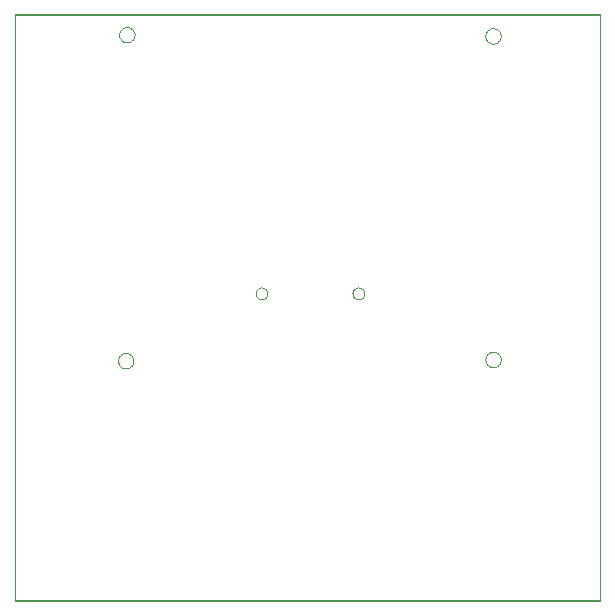
<source format=gbp>
G75*
G70*
%OFA0B0*%
%FSLAX24Y24*%
%IPPOS*%
%LPD*%
%AMOC8*
5,1,8,0,0,1.08239X$1,22.5*
%
%ADD10C,0.0000*%
D10*
X000736Y000100D02*
X000736Y019663D01*
X020252Y019663D01*
X020252Y000100D01*
X000736Y000100D01*
X000750Y000128D02*
X000750Y019628D01*
X020250Y019628D01*
X020250Y000128D01*
X000750Y000128D01*
X004181Y008120D02*
X004183Y008151D01*
X004189Y008182D01*
X004198Y008212D01*
X004211Y008241D01*
X004228Y008268D01*
X004248Y008292D01*
X004270Y008314D01*
X004296Y008333D01*
X004323Y008349D01*
X004352Y008361D01*
X004382Y008370D01*
X004413Y008375D01*
X004445Y008376D01*
X004476Y008373D01*
X004507Y008366D01*
X004537Y008356D01*
X004565Y008342D01*
X004591Y008324D01*
X004615Y008304D01*
X004636Y008280D01*
X004655Y008255D01*
X004670Y008227D01*
X004681Y008198D01*
X004689Y008167D01*
X004693Y008136D01*
X004693Y008104D01*
X004689Y008073D01*
X004681Y008042D01*
X004670Y008013D01*
X004655Y007985D01*
X004636Y007960D01*
X004615Y007936D01*
X004591Y007916D01*
X004565Y007898D01*
X004537Y007884D01*
X004507Y007874D01*
X004476Y007867D01*
X004445Y007864D01*
X004413Y007865D01*
X004382Y007870D01*
X004352Y007879D01*
X004323Y007891D01*
X004296Y007907D01*
X004270Y007926D01*
X004248Y007948D01*
X004228Y007972D01*
X004211Y007999D01*
X004198Y008028D01*
X004189Y008058D01*
X004183Y008089D01*
X004181Y008120D01*
X008768Y010364D02*
X008770Y010391D01*
X008776Y010418D01*
X008785Y010444D01*
X008798Y010468D01*
X008814Y010491D01*
X008833Y010510D01*
X008855Y010527D01*
X008879Y010541D01*
X008904Y010551D01*
X008931Y010558D01*
X008958Y010561D01*
X008986Y010560D01*
X009013Y010555D01*
X009039Y010547D01*
X009063Y010535D01*
X009086Y010519D01*
X009107Y010501D01*
X009124Y010480D01*
X009139Y010456D01*
X009150Y010431D01*
X009158Y010405D01*
X009162Y010378D01*
X009162Y010350D01*
X009158Y010323D01*
X009150Y010297D01*
X009139Y010272D01*
X009124Y010248D01*
X009107Y010227D01*
X009086Y010209D01*
X009064Y010193D01*
X009039Y010181D01*
X009013Y010173D01*
X008986Y010168D01*
X008958Y010167D01*
X008931Y010170D01*
X008904Y010177D01*
X008879Y010187D01*
X008855Y010201D01*
X008833Y010218D01*
X008814Y010237D01*
X008798Y010260D01*
X008785Y010284D01*
X008776Y010310D01*
X008770Y010337D01*
X008768Y010364D01*
X011996Y010364D02*
X011998Y010391D01*
X012004Y010418D01*
X012013Y010444D01*
X012026Y010468D01*
X012042Y010491D01*
X012061Y010510D01*
X012083Y010527D01*
X012107Y010541D01*
X012132Y010551D01*
X012159Y010558D01*
X012186Y010561D01*
X012214Y010560D01*
X012241Y010555D01*
X012267Y010547D01*
X012291Y010535D01*
X012314Y010519D01*
X012335Y010501D01*
X012352Y010480D01*
X012367Y010456D01*
X012378Y010431D01*
X012386Y010405D01*
X012390Y010378D01*
X012390Y010350D01*
X012386Y010323D01*
X012378Y010297D01*
X012367Y010272D01*
X012352Y010248D01*
X012335Y010227D01*
X012314Y010209D01*
X012292Y010193D01*
X012267Y010181D01*
X012241Y010173D01*
X012214Y010168D01*
X012186Y010167D01*
X012159Y010170D01*
X012132Y010177D01*
X012107Y010187D01*
X012083Y010201D01*
X012061Y010218D01*
X012042Y010237D01*
X012026Y010260D01*
X012013Y010284D01*
X012004Y010310D01*
X011998Y010337D01*
X011996Y010364D01*
X016425Y008159D02*
X016427Y008190D01*
X016433Y008221D01*
X016442Y008251D01*
X016455Y008280D01*
X016472Y008307D01*
X016492Y008331D01*
X016514Y008353D01*
X016540Y008372D01*
X016567Y008388D01*
X016596Y008400D01*
X016626Y008409D01*
X016657Y008414D01*
X016689Y008415D01*
X016720Y008412D01*
X016751Y008405D01*
X016781Y008395D01*
X016809Y008381D01*
X016835Y008363D01*
X016859Y008343D01*
X016880Y008319D01*
X016899Y008294D01*
X016914Y008266D01*
X016925Y008237D01*
X016933Y008206D01*
X016937Y008175D01*
X016937Y008143D01*
X016933Y008112D01*
X016925Y008081D01*
X016914Y008052D01*
X016899Y008024D01*
X016880Y007999D01*
X016859Y007975D01*
X016835Y007955D01*
X016809Y007937D01*
X016781Y007923D01*
X016751Y007913D01*
X016720Y007906D01*
X016689Y007903D01*
X016657Y007904D01*
X016626Y007909D01*
X016596Y007918D01*
X016567Y007930D01*
X016540Y007946D01*
X016514Y007965D01*
X016492Y007987D01*
X016472Y008011D01*
X016455Y008038D01*
X016442Y008067D01*
X016433Y008097D01*
X016427Y008128D01*
X016425Y008159D01*
X016425Y018946D02*
X016427Y018977D01*
X016433Y019008D01*
X016442Y019038D01*
X016455Y019067D01*
X016472Y019094D01*
X016492Y019118D01*
X016514Y019140D01*
X016540Y019159D01*
X016567Y019175D01*
X016596Y019187D01*
X016626Y019196D01*
X016657Y019201D01*
X016689Y019202D01*
X016720Y019199D01*
X016751Y019192D01*
X016781Y019182D01*
X016809Y019168D01*
X016835Y019150D01*
X016859Y019130D01*
X016880Y019106D01*
X016899Y019081D01*
X016914Y019053D01*
X016925Y019024D01*
X016933Y018993D01*
X016937Y018962D01*
X016937Y018930D01*
X016933Y018899D01*
X016925Y018868D01*
X016914Y018839D01*
X016899Y018811D01*
X016880Y018786D01*
X016859Y018762D01*
X016835Y018742D01*
X016809Y018724D01*
X016781Y018710D01*
X016751Y018700D01*
X016720Y018693D01*
X016689Y018690D01*
X016657Y018691D01*
X016626Y018696D01*
X016596Y018705D01*
X016567Y018717D01*
X016540Y018733D01*
X016514Y018752D01*
X016492Y018774D01*
X016472Y018798D01*
X016455Y018825D01*
X016442Y018854D01*
X016433Y018884D01*
X016427Y018915D01*
X016425Y018946D01*
X004220Y018986D02*
X004222Y019017D01*
X004228Y019048D01*
X004237Y019078D01*
X004250Y019107D01*
X004267Y019134D01*
X004287Y019158D01*
X004309Y019180D01*
X004335Y019199D01*
X004362Y019215D01*
X004391Y019227D01*
X004421Y019236D01*
X004452Y019241D01*
X004484Y019242D01*
X004515Y019239D01*
X004546Y019232D01*
X004576Y019222D01*
X004604Y019208D01*
X004630Y019190D01*
X004654Y019170D01*
X004675Y019146D01*
X004694Y019121D01*
X004709Y019093D01*
X004720Y019064D01*
X004728Y019033D01*
X004732Y019002D01*
X004732Y018970D01*
X004728Y018939D01*
X004720Y018908D01*
X004709Y018879D01*
X004694Y018851D01*
X004675Y018826D01*
X004654Y018802D01*
X004630Y018782D01*
X004604Y018764D01*
X004576Y018750D01*
X004546Y018740D01*
X004515Y018733D01*
X004484Y018730D01*
X004452Y018731D01*
X004421Y018736D01*
X004391Y018745D01*
X004362Y018757D01*
X004335Y018773D01*
X004309Y018792D01*
X004287Y018814D01*
X004267Y018838D01*
X004250Y018865D01*
X004237Y018894D01*
X004228Y018924D01*
X004222Y018955D01*
X004220Y018986D01*
M02*

</source>
